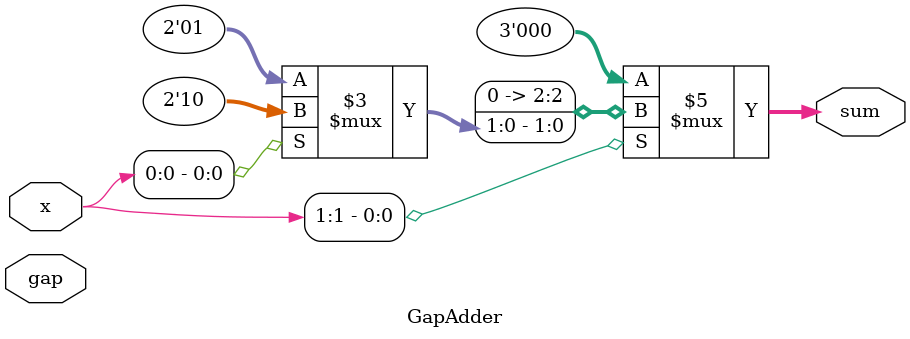
<source format=v>
`timescale 1ns / 1ps

module GapAdder (
        x,      // input from left or up
        gap,    // input global constant gap score
        sum,    // output sum of x and gap
    );
    input  [1:0] x;
    input  [1:0] gap;
    output [2:0] sum;
    
    /**
     * Gap is always -1 == 2'b11
     * 
     * Truth table:
     * 
     * x1 x0 g1 g0 | s1 s0
     * 0  0  1  1  | 0  0
     * 0  1  1  1  | 0  0
     * 1  0  1  1  | 0  1
     * 1  1  1  1  | 1  0
     * 
     * Result is zero if x[1] == 0
     */
    
    assign sum = x[1] == 0 ? 2'b00 : (x[0] == 0 ? 2'b01 : 2'b10);
    
endmodule
</source>
